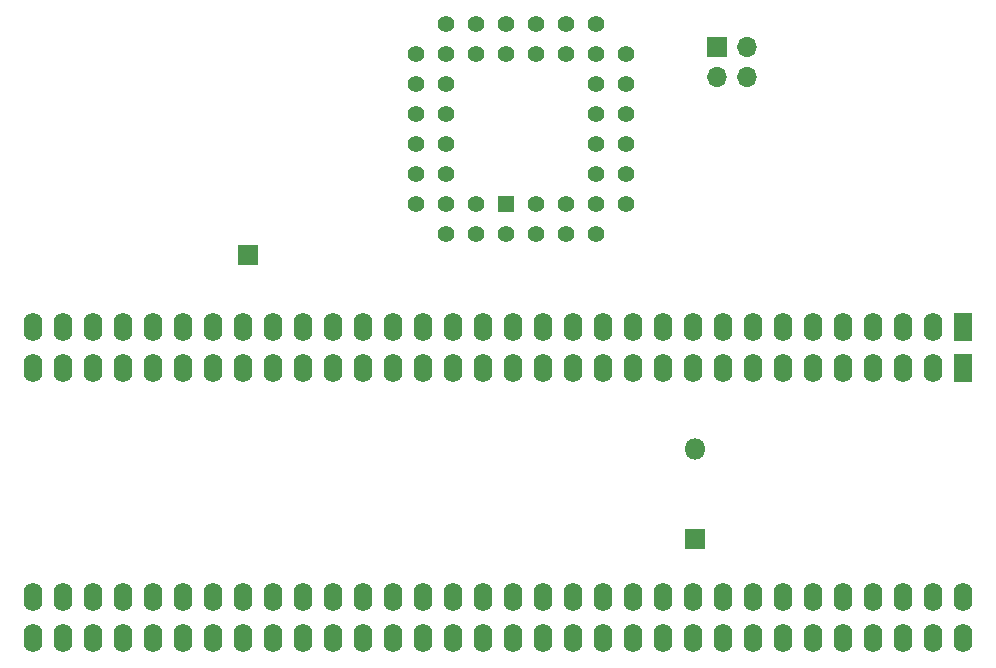
<source format=gbs>
G04 #@! TF.GenerationSoftware,KiCad,Pcbnew,6.0.4-6f826c9f35~116~ubuntu18.04.1*
G04 #@! TF.CreationDate,2022-06-01T20:55:35+10:00*
G04 #@! TF.ProjectId,256KROM,3235364b-524f-44d2-9e6b-696361645f70,rev?*
G04 #@! TF.SameCoordinates,Original*
G04 #@! TF.FileFunction,Soldermask,Bot*
G04 #@! TF.FilePolarity,Negative*
%FSLAX46Y46*%
G04 Gerber Fmt 4.6, Leading zero omitted, Abs format (unit mm)*
G04 Created by KiCad (PCBNEW 6.0.4-6f826c9f35~116~ubuntu18.04.1) date 2022-06-01 20:55:35*
%MOMM*%
%LPD*%
G01*
G04 APERTURE LIST*
%ADD10R,1.422400X1.422400*%
%ADD11C,1.422400*%
%ADD12R,1.600000X2.400000*%
%ADD13O,1.600000X2.400000*%
%ADD14R,1.700000X1.700000*%
%ADD15O,1.700000X1.700000*%
%ADD16R,1.800000X1.800000*%
%ADD17O,1.800000X1.800000*%
G04 APERTURE END LIST*
D10*
X111252000Y-108331000D03*
D11*
X113792000Y-110871000D03*
X113792000Y-108331000D03*
X116332000Y-110871000D03*
X116332000Y-108331000D03*
X118872000Y-110871000D03*
X121412000Y-108331000D03*
X118872000Y-108331000D03*
X121412000Y-105791000D03*
X118872000Y-105791000D03*
X121412000Y-103251000D03*
X118872000Y-103251000D03*
X121412000Y-100711000D03*
X118872000Y-100711000D03*
X121412000Y-98171000D03*
X118872000Y-98171000D03*
X121412000Y-95631000D03*
X118872000Y-93091000D03*
X118872000Y-95631000D03*
X116332000Y-93091000D03*
X116332000Y-95631000D03*
X113792000Y-93091000D03*
X113792000Y-95631000D03*
X111252000Y-93091000D03*
X111252000Y-95631000D03*
X108712000Y-93091000D03*
X108712000Y-95631000D03*
X106172000Y-93091000D03*
X103632000Y-95631000D03*
X106172000Y-95631000D03*
X103632000Y-98171000D03*
X106172000Y-98171000D03*
X103632000Y-100711000D03*
X106172000Y-100711000D03*
X103632000Y-103251000D03*
X106172000Y-103251000D03*
X103632000Y-105791000D03*
X106172000Y-105791000D03*
X103632000Y-108331000D03*
X106172000Y-110871000D03*
X106172000Y-108331000D03*
X108712000Y-110871000D03*
X108712000Y-108331000D03*
X111252000Y-110871000D03*
D12*
X149987000Y-122174000D03*
D13*
X147447000Y-122174000D03*
X144907000Y-122174000D03*
X142367000Y-122174000D03*
X139827000Y-122174000D03*
X137287000Y-122174000D03*
X134747000Y-122174000D03*
X132207000Y-122174000D03*
X129667000Y-122174000D03*
X127127000Y-122174000D03*
X124587000Y-122174000D03*
X122047000Y-122174000D03*
X119507000Y-122174000D03*
X116967000Y-122174000D03*
X114427000Y-122174000D03*
X111887000Y-122174000D03*
X109347000Y-122174000D03*
X106807000Y-122174000D03*
X104267000Y-122174000D03*
X101727000Y-122174000D03*
X99187000Y-122174000D03*
X96647000Y-122174000D03*
X94107000Y-122174000D03*
X91567000Y-122174000D03*
X89027000Y-122174000D03*
X86487000Y-122174000D03*
X83947000Y-122174000D03*
X81407000Y-122174000D03*
X78867000Y-122174000D03*
X76327000Y-122174000D03*
X73787000Y-122174000D03*
X71247000Y-122174000D03*
X71247000Y-145034000D03*
X73787000Y-145034000D03*
X76327000Y-145034000D03*
X78867000Y-145034000D03*
X81407000Y-145034000D03*
X83947000Y-145034000D03*
X86487000Y-145034000D03*
X89027000Y-145034000D03*
X91567000Y-145034000D03*
X94107000Y-145034000D03*
X96647000Y-145034000D03*
X99187000Y-145034000D03*
X101727000Y-145034000D03*
X104267000Y-145034000D03*
X106807000Y-145034000D03*
X109347000Y-145034000D03*
X111887000Y-145034000D03*
X114427000Y-145034000D03*
X116967000Y-145034000D03*
X119507000Y-145034000D03*
X122047000Y-145034000D03*
X124587000Y-145034000D03*
X127127000Y-145034000D03*
X129667000Y-145034000D03*
X132207000Y-145034000D03*
X134747000Y-145034000D03*
X137287000Y-145034000D03*
X139827000Y-145034000D03*
X142367000Y-145034000D03*
X144907000Y-145034000D03*
X147447000Y-145034000D03*
X149987000Y-145034000D03*
D12*
X149987000Y-118745000D03*
D13*
X147447000Y-118745000D03*
X144907000Y-118745000D03*
X142367000Y-118745000D03*
X139827000Y-118745000D03*
X137287000Y-118745000D03*
X134747000Y-118745000D03*
X132207000Y-118745000D03*
X129667000Y-118745000D03*
X127127000Y-118745000D03*
X124587000Y-118745000D03*
X122047000Y-118745000D03*
X119507000Y-118745000D03*
X116967000Y-118745000D03*
X114427000Y-118745000D03*
X111887000Y-118745000D03*
X109347000Y-118745000D03*
X106807000Y-118745000D03*
X104267000Y-118745000D03*
X101727000Y-118745000D03*
X99187000Y-118745000D03*
X96647000Y-118745000D03*
X94107000Y-118745000D03*
X91567000Y-118745000D03*
X89027000Y-118745000D03*
X86487000Y-118745000D03*
X83947000Y-118745000D03*
X81407000Y-118745000D03*
X78867000Y-118745000D03*
X76327000Y-118745000D03*
X73787000Y-118745000D03*
X71247000Y-118745000D03*
X71247000Y-141605000D03*
X73787000Y-141605000D03*
X76327000Y-141605000D03*
X78867000Y-141605000D03*
X81407000Y-141605000D03*
X83947000Y-141605000D03*
X86487000Y-141605000D03*
X89027000Y-141605000D03*
X91567000Y-141605000D03*
X94107000Y-141605000D03*
X96647000Y-141605000D03*
X99187000Y-141605000D03*
X101727000Y-141605000D03*
X104267000Y-141605000D03*
X106807000Y-141605000D03*
X109347000Y-141605000D03*
X111887000Y-141605000D03*
X114427000Y-141605000D03*
X116967000Y-141605000D03*
X119507000Y-141605000D03*
X122047000Y-141605000D03*
X124587000Y-141605000D03*
X127127000Y-141605000D03*
X129667000Y-141605000D03*
X132207000Y-141605000D03*
X134747000Y-141605000D03*
X137287000Y-141605000D03*
X139827000Y-141605000D03*
X142367000Y-141605000D03*
X144907000Y-141605000D03*
X147447000Y-141605000D03*
X149987000Y-141605000D03*
D14*
X89408000Y-112649000D03*
X129159000Y-94996000D03*
D15*
X131699000Y-94996000D03*
X129159000Y-97536000D03*
X131699000Y-97536000D03*
D16*
X127254000Y-136652000D03*
D17*
X127254000Y-129032000D03*
M02*

</source>
